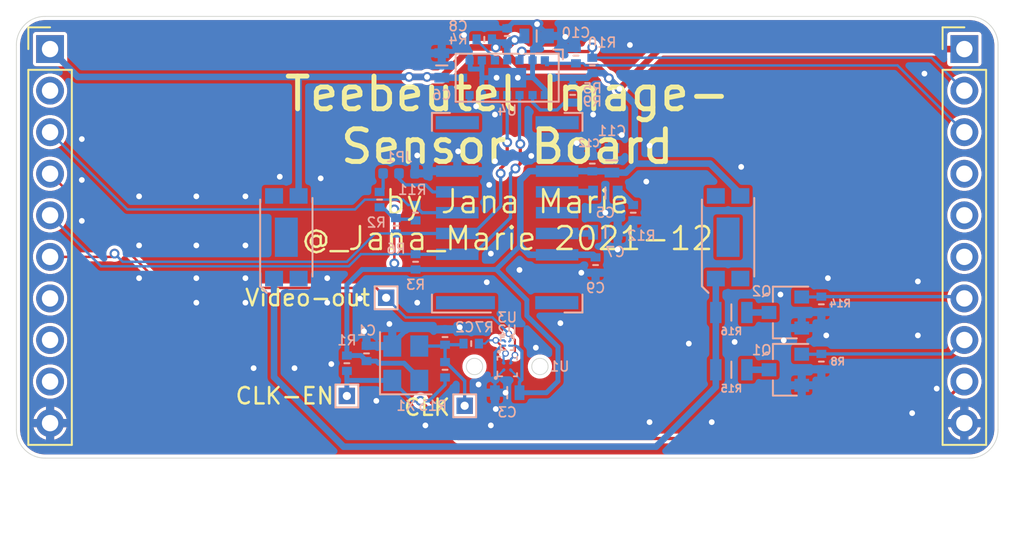
<source format=kicad_pcb>
(kicad_pcb (version 20171130) (host pcbnew 5.1.5+dfsg1-2build2)
  (layers (0 F.Cu signal) (31 B.Cu signal) (34 B.Paste user) (35 F.Paste user) (36 B.SilkS user) (37 F.SilkS user) (38 B.Mask user) (39 F.Mask user) (44 Edge.Cuts user))
  (net 0 "")
  (net 1 GND)
  (net 2 LED)
  (net 3 RX)
  (net 4 TX)
  (net 5 SCL)
  (net 6 SDA)
  (net 7 IO9)
  (net 8 IO8)
  (net 9 VIN)
  (net 10 +3V3)
  (net 11 IO0)
  (net 12 IO1)
  (net 13 IO2)
  (net 14 IO3)
  (net 15 IO4)
  (net 16 IO5)
  (net 17 IO6)
  (net 18 IO7)
  (net 19 "Net-(C2-Pad1)")
  (net 20 "Net-(C5-Pad2)")
  (net 21 "Net-(C5-Pad1)")
  (net 22 "Net-(C7-Pad1)")
  (net 23 "Net-(JP1-Pad3)")
  (net 24 "Net-(JP1-Pad2)")
  (net 25 "Net-(R4-Pad2)")
  (net 26 "Net-(R7-Pad2)")
  (net 27 "Net-(R9-Pad1)")
  (net 28 "Net-(U3-Pad1)")
  (net 29 "Net-(U4-PadC5)")
  (net 30 "Net-(U3-Pad14)")
  (net 31 "Net-(U3-Pad11)")
  (net 32 "Net-(U3-Pad8)")
  (net 33 "Net-(U3-Pad7)")
  (net 34 "Net-(D1-Pad1)")
  (net 35 "Net-(Q1-Pad3)")
  (net 36 "Net-(Q2-Pad3)")
  (module otter:5630 (layer B.Cu) (at 86.5 91.5 90)
    (fp_text reference D1 hide)
    (fp_text value STW9Q14C)
    (pad "" smd rect (at 0 0 90) (size 2.4 1.4) (layers B.Cu B.Paste B.Mask))
    (pad "" smd rect (at 2.525 -0.75 90) (size 0.95 1.1) (layers B.Cu B.Paste B.Mask))
    (pad "" smd rect (at -2.525 0.75 270) (size 0.95 1.1) (layers B.Cu B.Paste B.Mask))
    (pad 2 smd rect (at 2.525 0.75 90) (size 0.95 1.1) (layers B.Cu B.Paste B.Mask) (net 10 +3V3))
    (pad 1 smd rect (at -2.525 -0.75 270) (size 0.95 1.1) (layers B.Cu B.Paste B.Mask) (net 34 "Net-(D1-Pad1)"))
  )
  (module otter:5630 (layer B.Cu) (at 113.5 91.5 90)
    (fp_text reference D2 hide)
    (fp_text value STW9Q14C)
    (pad "" smd rect (at 0 0 90) (size 2.4 1.4) (layers B.Cu B.Paste B.Mask))
    (pad "" smd rect (at 2.525 -0.75 90) (size 0.95 1.1) (layers B.Cu B.Paste B.Mask))
    (pad "" smd rect (at -2.525 0.75 270) (size 0.95 1.1) (layers B.Cu B.Paste B.Mask))
    (pad 2 smd rect (at 2.525 0.75 90) (size 0.95 1.1) (layers B.Cu B.Paste B.Mask) (net 10 +3V3))
    (pad 1 smd rect (at -2.525 -0.75 270) (size 0.95 1.1) (layers B.Cu B.Paste B.Mask) (net 34 "Net-(D1-Pad1)"))
  )
  (module otter:R_0805 (layer B.Cu) (at 113.7 96.1)
    (fp_text reference R16 (at 0 1.15) (layer B.SilkS) (effects (font (size 0.45 0.45) (thickness 0.1)) (justify mirror)))
    (fp_text value 51 hide)
    (pad 2 smd rect (at 0.95 0) (size 0.7 1.3) (layers B.Cu B.Paste B.Mask) (net 36 "Net-(Q2-Pad3)"))
    (pad 1 smd rect (at -0.95 0) (size 0.7 1.3) (layers B.Cu B.Paste B.Mask) (net 34 "Net-(D1-Pad1)"))
  )
  (module otter:R_0805 (layer B.Cu) (at 113.7 99.6)
    (fp_text reference R15 (at 0 1.15) (layer B.SilkS) (effects (font (size 0.45 0.45) (thickness 0.1)) (justify mirror)))
    (fp_text value 12 hide)
    (pad 2 smd rect (at 0.95 0) (size 0.7 1.3) (layers B.Cu B.Paste B.Mask) (net 35 "Net-(Q1-Pad3)"))
    (pad 1 smd rect (at -0.95 0) (size 0.7 1.3) (layers B.Cu B.Paste B.Mask) (net 34 "Net-(D1-Pad1)"))
  )
  (module otter:R_0402 (layer B.Cu) (at 119.2 95.6 270)
    (fp_text reference R14 (at -0.05 -1.15 180) (layer B.SilkS) (effects (font (size 0.45 0.45) (thickness 0.1)) (justify mirror)))
    (fp_text value 5k1 hide)
    (pad 2 smd rect (at 0.47 0 270) (size 0.5 0.6) (layers B.Cu B.Paste B.Mask) (net 1 GND))
    (pad 1 smd rect (at -0.47 0 270) (size 0.5 0.6) (layers B.Cu B.Paste B.Mask) (net 16 IO5))
  )
  (module otter:R_0402 (layer B.Cu) (at 119.2 99.1 270)
    (fp_text reference R8 (at 0 -1 180) (layer B.SilkS) (effects (font (size 0.45 0.45) (thickness 0.1)) (justify mirror)))
    (fp_text value 5k1 hide)
    (pad 2 smd rect (at 0.47 0 270) (size 0.5 0.6) (layers B.Cu B.Paste B.Mask) (net 1 GND))
    (pad 1 smd rect (at -0.47 0 270) (size 0.5 0.6) (layers B.Cu B.Paste B.Mask) (net 17 IO6))
  )
  (module Package_TO_SOT_SMD:SOT-23 (layer B.Cu) (at 117 96.1 180)
    (fp_text reference Q2 (at 1.45 1.3) (layer B.SilkS) (effects (font (size 0.6 0.6) (thickness 0.1)) (justify mirror)))
    (fp_text value AO3400)
    (pad 3 smd rect (at 1 0 180) (size 0.9 0.8) (layers B.Cu B.Paste B.Mask) (net 36 "Net-(Q2-Pad3)"))
    (pad 2 smd rect (at -1 -0.95 180) (size 0.9 0.8) (layers B.Cu B.Paste B.Mask) (net 1 GND))
    (pad 1 smd rect (at -1 0.95 180) (size 0.9 0.8) (layers B.Cu B.Paste B.Mask) (net 16 IO5))
  )
  (module Package_TO_SOT_SMD:SOT-23 (layer B.Cu) (at 117 99.6 180)
    (fp_text reference Q1 (at 1.45 1.2) (layer B.SilkS) (effects (font (size 0.6 0.6) (thickness 0.1)) (justify mirror)))
    (fp_text value AO3400)
    (pad 3 smd rect (at 1 0 180) (size 0.9 0.8) (layers B.Cu B.Paste B.Mask) (net 35 "Net-(Q1-Pad3)"))
    (pad 2 smd rect (at -1 -0.95 180) (size 0.9 0.8) (layers B.Cu B.Paste B.Mask) (net 1 GND))
    (pad 1 smd rect (at -1 0.95 180) (size 0.9 0.8) (layers B.Cu B.Paste B.Mask) (net 17 IO6))
  )
  (module otter:C_0402 (layer B.Cu) (at 105.2 87 90)
    (fp_text reference C12 (at 1.25 -0.2 180) (layer B.SilkS) (effects (font (size 0.45 0.45) (thickness 0.1)) (justify mirror)))
    (fp_text value 100n hide)
    (pad 2 smd rect (at 0.47 0 90) (size 0.5 0.6) (layers B.Cu B.Paste B.Mask) (net 1 GND))
    (pad 1 smd rect (at -0.47 0 90) (size 0.5 0.6) (layers B.Cu B.Paste B.Mask) (net 10 +3V3))
  )
  (module TestPoint:TestPoint_THTPad_1.0x1.0mm_Drill0.5mm (layer B.Cu) (at 90.2 101.2)
    (fp_text reference TP3 hide)
    (fp_text value clk_in)
    (pad 1 thru_hole rect (at 0 0) (size 1 1) (drill 0.5) (layers *.Cu *.Mask) (net 18 IO7))
  )
  (module TestPoint:TestPoint_THTPad_1.0x1.0mm_Drill0.5mm (layer B.Cu) (at 92.6 95.2)
    (fp_text reference TP2 hide)
    (fp_text value video)
    (pad 1 thru_hole rect (at 0 0) (size 1 1) (drill 0.5) (layers *.Cu *.Mask) (net 7 IO9))
  )
  (module TestPoint:TestPoint_THTPad_1.0x1.0mm_Drill0.5mm (layer B.Cu) (at 97.4 101.8)
    (fp_text reference TP1 hide)
    (fp_text value clk)
    (pad 1 thru_hole rect (at 0 0) (size 1 1) (drill 0.5) (layers *.Cu *.Mask) (net 19 "Net-(C2-Pad1)"))
  )
  (module Oscillator:Oscillator_SMD_Abracon_ASE-4Pin_3.2x2.5mm (layer B.Cu) (at 93.8 99.2 90)
    (fp_text reference X1 (at -2.6 0 180) (layer B.SilkS) (effects (font (size 0.6 0.6) (thickness 0.1)) (justify mirror)))
    (fp_text value ASE-xxxMHz)
    (pad 4 smd rect (at -1.05 0.825 90) (size 1.3 1.1) (layers B.Cu B.Paste B.Mask) (net 10 +3V3))
    (pad 3 smd rect (at 1.05 0.825 90) (size 1.3 1.1) (layers B.Cu B.Paste B.Mask) (net 19 "Net-(C2-Pad1)"))
    (pad 2 smd rect (at 1.05 -0.825 90) (size 1.3 1.1) (layers B.Cu B.Paste B.Mask) (net 1 GND))
    (pad 1 smd rect (at -1.05 -0.825 90) (size 1.3 1.1) (layers B.Cu B.Paste B.Mask) (net 18 IO7))
  )
  (module otter:VL53L5 (layer B.Cu) (at 100 81.75)
    (fp_text reference U4 (at 0 2) (layer B.SilkS) (effects (font (size 0.6 0.6) (thickness 0.1)) (justify mirror)))
    (fp_text value VL53L5CX)
    (pad C5 smd rect (at -0.75 1.06) (size 0.5 0.5) (layers B.Cu B.Paste B.Mask) (net 29 "Net-(U4-PadC5)"))
    (pad A7 smd rect (at -2.3 -1.06) (size 0.5 0.5) (layers B.Cu B.Paste B.Mask) (net 1 GND))
    (pad C6 smd rect (at -1.55 1.06) (size 0.5 0.5) (layers B.Cu B.Paste B.Mask) (net 1 GND))
    (pad A3 smd rect (at 0.75 -1.06) (size 0.5 0.5) (layers B.Cu B.Paste B.Mask) (net 11 IO0))
    (pad A1 smd custom (at 2.3 -1.06) (size 0.5 0.5) (layers B.Cu B.Paste B.Mask) (net 12 IO1) (options (clearance outline) (anchor rect)) (primitives (gr_poly (pts (xy 0.25 0.25) (xy 0.01 0.25) (xy 0.01 0.36) (xy 0.25 0.36)) (width 0))))
    (pad A5 smd rect (at -0.75 -1.06) (size 0.5 0.5) (layers B.Cu B.Paste B.Mask) (net 25 "Net-(R4-Pad2)"))
    (pad B1 smd rect (at 2.71 0) (size 0.5 0.5) (layers B.Cu B.Paste B.Mask) (net 10 +3V3))
    (pad C1 smd rect (at 2.3 1.06) (size 0.5 0.5) (layers B.Cu B.Paste B.Mask) (net 1 GND))
    (pad C2 smd rect (at 1.55 1.06) (size 0.5 0.5) (layers B.Cu B.Paste B.Mask) (net 27 "Net-(R9-Pad1)"))
    (pad A4 smd rect (at 0 -1.06) (size 0.5 0.5) (layers B.Cu B.Paste B.Mask) (net 10 +3V3))
    (pad C4 smd rect (at 0 1.06) (size 0.5 0.5) (layers B.Cu B.Paste B.Mask) (net 5 SCL))
    (pad B7 smd rect (at -2.7 0) (size 0.5 0.5) (layers B.Cu B.Paste B.Mask) (net 10 +3V3))
    (pad A2 smd rect (at 1.55 -1.06) (size 0.5 0.5) (layers B.Cu B.Paste B.Mask) (net 1 GND))
    (pad B4 smd rect (at 0 0) (size 2.316 1.2) (layers B.Cu B.Paste B.Mask) (net 1 GND))
    (pad C7 smd rect (at -2.3 1.06) (size 0.5 0.5) (layers B.Cu B.Paste B.Mask) (net 1 GND))
    (pad A6 smd rect (at -1.55 -1.06) (size 0.5 0.5) (layers B.Cu B.Paste B.Mask) (net 1 GND))
    (pad C3 smd rect (at 0.75 1.06) (size 0.5 0.5) (layers B.Cu B.Paste B.Mask) (net 6 SDA))
  )
  (module otter:GridEyeSensor (layer B.Cu) (at 100 90)
    (fp_text reference U3 (at 0 6.4) (layer B.SilkS) (effects (font (size 0.6 0.6) (thickness 0.1)) (justify mirror)))
    (fp_text value AMG8834)
    (pad 13 smd rect (at 3.05 2.573) (size 2.6 0.7) (layers B.Cu B.Paste B.Mask) (net 10 +3V3))
    (pad 14 smd rect (at 3.03 5.5) (size 2.64 0.8) (layers B.Cu B.Paste B.Mask) (net 30 "Net-(U3-Pad14)"))
    (pad 12 smd rect (at 3.05 1.27) (size 2.6 0.7) (layers B.Cu B.Paste B.Mask) (net 22 "Net-(C7-Pad1)"))
    (pad 11 smd rect (at 3.05 0) (size 2.6 0.7) (layers B.Cu B.Paste B.Mask) (net 31 "Net-(U3-Pad11)"))
    (pad 10 smd rect (at 3.05 -1.27) (size 2.6 0.7) (layers B.Cu B.Paste B.Mask) (net 21 "Net-(C5-Pad1)"))
    (pad 9 smd rect (at 3.05 -2.54) (size 2.6 0.7) (layers B.Cu B.Paste B.Mask) (net 10 +3V3))
    (pad 8 smd rect (at 3.05 -5.5) (size 2.64 0.8) (layers B.Cu B.Paste B.Mask) (net 32 "Net-(U3-Pad8)"))
    (pad 7 smd rect (at -3.05 -5.5) (size 2.64 0.8) (layers B.Cu B.Paste B.Mask) (net 33 "Net-(U3-Pad7)"))
    (pad 6 smd rect (at -3.05 -2.54) (size 2.6 0.7) (layers B.Cu B.Paste B.Mask) (net 1 GND))
    (pad 5 smd rect (at -3.05 -1.27) (size 2.6 0.7) (layers B.Cu B.Paste B.Mask) (net 24 "Net-(JP1-Pad2)"))
    (pad 4 smd rect (at -3.05 0) (size 2.6 0.7) (layers B.Cu B.Paste B.Mask) (net 8 IO8))
    (pad 3 smd rect (at -3.05 1.27) (size 2.6 0.7) (layers B.Cu B.Paste B.Mask) (net 5 SCL))
    (pad 2 smd rect (at -3.05 2.54) (size 2.6 0.7) (layers B.Cu B.Paste B.Mask) (net 6 SDA))
    (pad 1 smd rect (at -2.55 5.5) (size 3.6 0.8) (layers B.Cu B.Paste B.Mask) (net 28 "Net-(U3-Pad1)"))
  )
  (module otter:OVM9648 (layer B.Cu) (at 100 98)
    (fp_text reference U2 (at 0 -0.8) (layer B.SilkS) (effects (font (size 0.6 0.6) (thickness 0.1)) (justify mirror)))
    (fp_text value OVM6948)
    (pad A2 smd circle (at 0.125 0.125 90) (size 0.13 0.13) (layers B.Cu B.Paste B.Mask) (net 10 +3V3))
    (pad B2 smd circle (at 0.125 -0.125 180) (size 0.13 0.13) (layers B.Cu B.Paste B.Mask) (net 7 IO9))
    (pad B1 smd circle (at -0.125 -0.125 270) (size 0.13 0.13) (layers B.Cu B.Paste B.Mask) (net 26 "Net-(R7-Pad2)"))
    (pad A1 smd circle (at -0.125 0.125) (size 0.13 0.13) (layers B.Cu B.Paste B.Mask) (net 1 GND))
  )
  (module otter:OV9646 (layer B.Cu) (at 100 99.4)
    (fp_text reference U1 (at 3.2 0) (layer B.SilkS) (effects (font (size 0.6 0.6) (thickness 0.1)) (justify mirror)))
    (fp_text value OV6946)
    (pad A1 smd oval (at -0.22 0.22 315) (size 0.18 0.24) (layers B.Cu B.Paste B.Mask) (net 1 GND))
    (pad B2 smd oval (at 0.22 -0.22 315) (size 0.18 0.24) (layers B.Cu B.Paste B.Mask) (net 7 IO9))
    (pad B1 smd oval (at -0.22 -0.22 225) (size 0.18 0.24) (layers B.Cu B.Paste B.Mask) (net 26 "Net-(R7-Pad2)"))
    (pad A2 smd oval (at 0.22 0.22 225) (size 0.18 0.24) (layers B.Cu B.Paste B.Mask) (net 10 +3V3))
  )
  (module otter:R_0402 (layer B.Cu) (at 96.2 99.6 270)
    (fp_text reference R13 (at 2.2 0.75 180) (layer B.SilkS) (effects (font (size 0.6 0.6) (thickness 0.1)) (justify mirror)))
    (fp_text value DNP hide)
    (pad 2 smd rect (at 0.47 0 270) (size 0.5 0.6) (layers B.Cu B.Paste B.Mask) (net 18 IO7))
    (pad 1 smd rect (at -0.47 0 270) (size 0.5 0.6) (layers B.Cu B.Paste B.Mask) (net 19 "Net-(C2-Pad1)"))
  )
  (module otter:R_0402 (layer B.Cu) (at 107.7 90 270)
    (fp_text reference R12 (at 1.4 -0.5 180) (layer B.SilkS) (effects (font (size 0.6 0.6) (thickness 0.1)) (justify mirror)))
    (fp_text value 20 hide)
    (pad 2 smd rect (at 0.47 0 270) (size 0.5 0.6) (layers B.Cu B.Paste B.Mask) (net 1 GND))
    (pad 1 smd rect (at -0.47 0 270) (size 0.5 0.6) (layers B.Cu B.Paste B.Mask) (net 20 "Net-(C5-Pad2)"))
  )
  (module otter:R_0402 (layer B.Cu) (at 94.4 90 90)
    (fp_text reference R11 (at 1.4 -0.2 180) (layer B.SilkS) (effects (font (size 0.6 0.6) (thickness 0.1)) (justify mirror)))
    (fp_text value 5k1 hide)
    (pad 2 smd rect (at 0.47 0 90) (size 0.5 0.6) (layers B.Cu B.Paste B.Mask) (net 8 IO8))
    (pad 1 smd rect (at -0.47 0 90) (size 0.5 0.6) (layers B.Cu B.Paste B.Mask) (net 10 +3V3))
  )
  (module otter:R_0402 (layer B.Cu) (at 104.2 80.4 270)
    (fp_text reference R10 (at -0.8 -1.6 180) (layer B.SilkS) (effects (font (size 0.6 0.6) (thickness 0.1)) (justify mirror)))
    (fp_text value 5k1 hide)
    (pad 2 smd rect (at 0.47 0 270) (size 0.5 0.6) (layers B.Cu B.Paste B.Mask) (net 12 IO1))
    (pad 1 smd rect (at -0.47 0 270) (size 0.5 0.6) (layers B.Cu B.Paste B.Mask) (net 1 GND))
  )
  (module otter:R_0402 (layer B.Cu) (at 104 82.8 90)
    (fp_text reference R9 (at -0.4 1.2 180) (layer B.SilkS) (effects (font (size 0.6 0.6) (thickness 0.1)) (justify mirror)))
    (fp_text value 5k1 hide)
    (pad 2 smd rect (at 0.47 0 90) (size 0.5 0.6) (layers B.Cu B.Paste B.Mask) (net 10 +3V3))
    (pad 1 smd rect (at -0.47 0 90) (size 0.5 0.6) (layers B.Cu B.Paste B.Mask) (net 27 "Net-(R9-Pad1)"))
  )
  (module otter:R_0402 (layer B.Cu) (at 97.8 98)
    (fp_text reference R7 (at 0.8 -1) (layer B.SilkS) (effects (font (size 0.6 0.6) (thickness 0.1)) (justify mirror)))
    (fp_text value 20 hide)
    (pad 2 smd rect (at 0.47 0) (size 0.5 0.6) (layers B.Cu B.Paste B.Mask) (net 26 "Net-(R7-Pad2)"))
    (pad 1 smd rect (at -0.47 0) (size 0.5 0.6) (layers B.Cu B.Paste B.Mask) (net 19 "Net-(C2-Pad1)"))
  )
  (module otter:R_0402 (layer B.Cu) (at 93.2 90.8 270)
    (fp_text reference R6 (at 1.4 0 180) (layer B.SilkS) (effects (font (size 0.6 0.6) (thickness 0.1)) (justify mirror)))
    (fp_text value 5k1 hide)
    (pad 2 smd rect (at 0.47 0 270) (size 0.5 0.6) (layers B.Cu B.Paste B.Mask) (net 5 SCL))
    (pad 1 smd rect (at -0.47 0 270) (size 0.5 0.6) (layers B.Cu B.Paste B.Mask) (net 10 +3V3))
  )
  (module otter:R_0402 (layer B.Cu) (at 105.2 81 90)
    (fp_text reference R5 (at -1.4 0 180) (layer B.SilkS) (effects (font (size 0.6 0.6) (thickness 0.1)) (justify mirror)))
    (fp_text value 5k1 hide)
    (pad 2 smd rect (at 0.47 0 90) (size 0.5 0.6) (layers B.Cu B.Paste B.Mask) (net 11 IO0))
    (pad 1 smd rect (at -0.47 0 90) (size 0.5 0.6) (layers B.Cu B.Paste B.Mask) (net 10 +3V3))
  )
  (module otter:R_0402 (layer B.Cu) (at 98.6 79.4 180)
    (fp_text reference R4 (at 1.6 0) (layer B.SilkS) (effects (font (size 0.6 0.6) (thickness 0.1)) (justify mirror)))
    (fp_text value 5k1 hide)
    (pad 2 smd rect (at 0.47 0 180) (size 0.5 0.6) (layers B.Cu B.Paste B.Mask) (net 25 "Net-(R4-Pad2)"))
    (pad 1 smd rect (at -0.47 0 180) (size 0.5 0.6) (layers B.Cu B.Paste B.Mask) (net 10 +3V3))
  )
  (module otter:R_0402 (layer B.Cu) (at 94.4 93 90)
    (fp_text reference R3 (at -1.4 0 180) (layer B.SilkS) (effects (font (size 0.6 0.6) (thickness 0.1)) (justify mirror)))
    (fp_text value 5k1 hide)
    (pad 2 smd rect (at 0.47 0 90) (size 0.5 0.6) (layers B.Cu B.Paste B.Mask) (net 6 SDA))
    (pad 1 smd rect (at -0.47 0 90) (size 0.5 0.6) (layers B.Cu B.Paste B.Mask) (net 10 +3V3))
  )
  (module otter:R_0402 (layer B.Cu) (at 92.2 89.2 90)
    (fp_text reference R2 (at -1.4 -0.2 180) (layer B.SilkS) (effects (font (size 0.6 0.6) (thickness 0.1)) (justify mirror)))
    (fp_text value 5k1 hide)
    (pad 2 smd rect (at 0.47 0 90) (size 0.5 0.6) (layers B.Cu B.Paste B.Mask) (net 23 "Net-(JP1-Pad3)"))
    (pad 1 smd rect (at -0.47 0 90) (size 0.5 0.6) (layers B.Cu B.Paste B.Mask) (net 10 +3V3))
  )
  (module otter:R_0402 (layer B.Cu) (at 90.2 99.2 270)
    (fp_text reference R1 (at -1.4 0 180) (layer B.SilkS) (effects (font (size 0.6 0.6) (thickness 0.1)) (justify mirror)))
    (fp_text value 5k1 hide)
    (pad 2 smd rect (at 0.47 0 270) (size 0.5 0.6) (layers B.Cu B.Paste B.Mask) (net 18 IO7))
    (pad 1 smd rect (at -0.47 0 270) (size 0.5 0.6) (layers B.Cu B.Paste B.Mask) (net 10 +3V3))
  )
  (module otter:J_0402_180 (layer B.Cu) (at 93.4 87.6 180)
    (fp_text reference JP1 (at 0 1) (layer B.SilkS) (effects (font (size 0.6 0.6) (thickness 0.1)) (justify mirror)))
    (fp_text value JAD0)
    (pad 1 smd roundrect (at -0.96 0 180) (size 0.59 0.64) (layers B.Cu B.Paste B.Mask) (net 1 GND))
    (pad 3 smd roundrect (at 0.985 0 180) (size 0.59 0.64) (layers B.Cu B.Paste B.Mask) (net 23 "Net-(JP1-Pad3)"))
    (pad 2 smd roundrect (at 0.015 0 180) (size 0.59 0.64) (layers B.Cu B.Paste B.Mask) (net 24 "Net-(JP1-Pad2)"))
  )
  (module otter:C_0603 (layer B.Cu) (at 106.4 86.8 90)
    (fp_text reference C11 (at 1.8 0 180) (layer B.SilkS) (effects (font (size 0.6 0.6) (thickness 0.1)) (justify mirror)))
    (fp_text value 10uF hide)
    (pad 2 smd rect (at 0.75 0 90) (size 0.6 0.9) (layers B.Cu B.Paste B.Mask) (net 1 GND))
    (pad 1 smd rect (at -0.75 0 90) (size 0.6 0.9) (layers B.Cu B.Paste B.Mask) (net 10 +3V3))
  )
  (module otter:C_0603 (layer B.Cu) (at 101.8 79.2)
    (fp_text reference C10 (at 2.4 -0.2) (layer B.SilkS) (effects (font (size 0.6 0.6) (thickness 0.1)) (justify mirror)))
    (fp_text value 1uF hide)
    (pad 2 smd rect (at 0.75 0) (size 0.6 0.9) (layers B.Cu B.Paste B.Mask) (net 1 GND))
    (pad 1 smd rect (at -0.75 0) (size 0.6 0.9) (layers B.Cu B.Paste B.Mask) (net 10 +3V3))
  )
  (module otter:C_0402 (layer B.Cu) (at 105.4 93.2 270)
    (fp_text reference C9 (at 1.4 0 180) (layer B.SilkS) (effects (font (size 0.6 0.6) (thickness 0.1)) (justify mirror)))
    (fp_text value 100n hide)
    (pad 2 smd rect (at 0.47 0 270) (size 0.5 0.6) (layers B.Cu B.Paste B.Mask) (net 1 GND))
    (pad 1 smd rect (at -0.47 0 270) (size 0.5 0.6) (layers B.Cu B.Paste B.Mask) (net 10 +3V3))
  )
  (module otter:C_0402 (layer B.Cu) (at 100 79.2 90)
    (fp_text reference C8 (at 0.6 -3 180) (layer B.SilkS) (effects (font (size 0.6 0.6) (thickness 0.1)) (justify mirror)))
    (fp_text value 100n hide)
    (pad 2 smd rect (at 0.47 0 90) (size 0.5 0.6) (layers B.Cu B.Paste B.Mask) (net 1 GND))
    (pad 1 smd rect (at -0.47 0 90) (size 0.5 0.6) (layers B.Cu B.Paste B.Mask) (net 10 +3V3))
  )
  (module otter:C_0603 (layer B.Cu) (at 106 91.2)
    (fp_text reference C7 (at 0.6 1.2) (layer B.SilkS) (effects (font (size 0.6 0.6) (thickness 0.1)) (justify mirror)))
    (fp_text value 1uF hide)
    (pad 2 smd rect (at 0.75 0) (size 0.6 0.9) (layers B.Cu B.Paste B.Mask) (net 1 GND))
    (pad 1 smd rect (at -0.75 0) (size 0.6 0.9) (layers B.Cu B.Paste B.Mask) (net 22 "Net-(C7-Pad1)"))
  )
  (module otter:C_0603 (layer B.Cu) (at 96 81 90)
    (fp_text reference C6 (at -1.8 0 180) (layer B.SilkS) (effects (font (size 0.6 0.6) (thickness 0.1)) (justify mirror)))
    (fp_text value 10uF hide)
    (pad 2 smd rect (at 0.75 0 90) (size 0.6 0.9) (layers B.Cu B.Paste B.Mask) (net 1 GND))
    (pad 1 smd rect (at -0.75 0 90) (size 0.6 0.9) (layers B.Cu B.Paste B.Mask) (net 10 +3V3))
  )
  (module otter:C_0603 (layer B.Cu) (at 106 88.8)
    (fp_text reference C5 (at 0 1.2) (layer B.SilkS) (effects (font (size 0.6 0.6) (thickness 0.1)) (justify mirror)))
    (fp_text value 1uF hide)
    (pad 2 smd rect (at 0.75 0) (size 0.6 0.9) (layers B.Cu B.Paste B.Mask) (net 20 "Net-(C5-Pad2)"))
    (pad 1 smd rect (at -0.75 0) (size 0.6 0.9) (layers B.Cu B.Paste B.Mask) (net 21 "Net-(C5-Pad1)"))
  )
  (module otter:C_0603 (layer B.Cu) (at 100 101 180)
    (fp_text reference C3 (at 0 -1.2) (layer B.SilkS) (effects (font (size 0.6 0.6) (thickness 0.1)) (justify mirror)))
    (fp_text value 1uF hide)
    (pad 2 smd rect (at 0.75 0 180) (size 0.6 0.9) (layers B.Cu B.Paste B.Mask) (net 1 GND))
    (pad 1 smd rect (at -0.75 0 180) (size 0.6 0.9) (layers B.Cu B.Paste B.Mask) (net 10 +3V3))
  )
  (module otter:C_0402 (layer B.Cu) (at 96.2 97.6 90)
    (fp_text reference C2 (at 0.6 1.2 180) (layer B.SilkS) (effects (font (size 0.6 0.6) (thickness 0.1)) (justify mirror)))
    (fp_text value 18p hide)
    (pad 2 smd rect (at 0.47 0 90) (size 0.5 0.6) (layers B.Cu B.Paste B.Mask) (net 1 GND))
    (pad 1 smd rect (at -0.47 0 90) (size 0.5 0.6) (layers B.Cu B.Paste B.Mask) (net 19 "Net-(C2-Pad1)"))
  )
  (module otter:C_0402 (layer B.Cu) (at 91.4 98.6 90)
    (fp_text reference C1 (at 1.4 0 180) (layer B.SilkS) (effects (font (size 0.6 0.6) (thickness 0.1)) (justify mirror)))
    (fp_text value 100n hide)
    (pad 2 smd rect (at 0.47 0 90) (size 0.5 0.6) (layers B.Cu B.Paste B.Mask) (net 1 GND))
    (pad 1 smd rect (at -0.47 0 90) (size 0.5 0.6) (layers B.Cu B.Paste B.Mask) (net 10 +3V3))
  )
  (module Connector_PinHeader_2.54mm:PinHeader_1x10_P2.54mm_Vertical (layer F.Cu) (at 127.94 80)
    (fp_text reference J2 hide)
    (fp_text value Conn)
    (pad 10 thru_hole oval (at 0 22.86) (size 1.7 1.7) (drill 1) (layers *.Cu *.Mask) (net 1 GND))
    (pad 9 thru_hole oval (at 0 20.32) (size 1.7 1.7) (drill 1) (layers *.Cu *.Mask) (net 18 IO7))
    (pad 8 thru_hole oval (at 0 17.78) (size 1.7 1.7) (drill 1) (layers *.Cu *.Mask) (net 17 IO6))
    (pad 7 thru_hole oval (at 0 15.24) (size 1.7 1.7) (drill 1) (layers *.Cu *.Mask) (net 16 IO5))
    (pad 6 thru_hole oval (at 0 12.7) (size 1.7 1.7) (drill 1) (layers *.Cu *.Mask) (net 15 IO4))
    (pad 5 thru_hole oval (at 0 10.16) (size 1.7 1.7) (drill 1) (layers *.Cu *.Mask) (net 14 IO3))
    (pad 4 thru_hole oval (at 0 7.62) (size 1.7 1.7) (drill 1) (layers *.Cu *.Mask) (net 13 IO2))
    (pad 3 thru_hole oval (at 0 5.08) (size 1.7 1.7) (drill 1) (layers *.Cu *.Mask) (net 12 IO1))
    (pad 2 thru_hole oval (at 0 2.54) (size 1.7 1.7) (drill 1) (layers *.Cu *.Mask) (net 11 IO0))
    (pad 1 thru_hole rect (at 0 0) (size 1.7 1.7) (drill 1) (layers *.Cu *.Mask) (net 10 +3V3))
  )
  (module Connector_PinHeader_2.54mm:PinHeader_1x10_P2.54mm_Vertical (layer F.Cu) (at 72.06 80)
    (fp_text reference J1 hide)
    (fp_text value Conn)
    (pad 10 thru_hole oval (at 0 22.86) (size 1.7 1.7) (drill 1) (layers *.Cu *.Mask) (net 1 GND))
    (pad 9 thru_hole oval (at 0 20.32) (size 1.7 1.7) (drill 1) (layers *.Cu *.Mask) (net 2 LED))
    (pad 8 thru_hole oval (at 0 17.78) (size 1.7 1.7) (drill 1) (layers *.Cu *.Mask) (net 3 RX))
    (pad 7 thru_hole oval (at 0 15.24) (size 1.7 1.7) (drill 1) (layers *.Cu *.Mask) (net 4 TX))
    (pad 6 thru_hole oval (at 0 12.7) (size 1.7 1.7) (drill 1) (layers *.Cu *.Mask) (net 5 SCL))
    (pad 5 thru_hole oval (at 0 10.16) (size 1.7 1.7) (drill 1) (layers *.Cu *.Mask) (net 6 SDA))
    (pad 4 thru_hole oval (at 0 7.62) (size 1.7 1.7) (drill 1) (layers *.Cu *.Mask) (net 7 IO9))
    (pad 3 thru_hole oval (at 0 5.08) (size 1.7 1.7) (drill 1) (layers *.Cu *.Mask) (net 8 IO8))
    (pad 2 thru_hole oval (at 0 2.54) (size 1.7 1.7) (drill 1) (layers *.Cu *.Mask) (net 9 VIN))
    (pad 1 thru_hole rect (at 0 0) (size 1.7 1.7) (drill 1) (layers *.Cu *.Mask) (net 10 +3V3))
  )
  (gr_text "by Jana Marie\n@_Jana_Marie 2021-12" (at 100 90.45) (layer F.SilkS) (effects (font (size 1.4 1.4))))
  (gr_text "Teebeutel Image-\nSensor Board\n" (at 100 84.35) (layer F.SilkS) (effects (font (size 2 2) (thickness 0.3))))
  (gr_text "CLK\n" (at 95.1 101.9) (layer F.SilkS) (effects (font (size 1 1))))
  (gr_text CLK-EN (at 86.4 101.2) (layer F.SilkS) (effects (font (size 1 1))))
  (gr_text Video-out (at 87.8 95.2) (layer F.SilkS) (effects (font (size 1 1))))
  (gr_arc (start 71.75 79.75) (end 71.75 78) (angle -90) (layer Edge.Cuts) (width 0.05))
  (gr_arc (start 71.75 103.25) (end 70 103.25) (angle -90) (layer Edge.Cuts) (width 0.05))
  (gr_arc (start 128.25 103.25) (end 128.25 105) (angle -90) (layer Edge.Cuts) (width 0.05))
  (gr_arc (start 128.25 79.75) (end 130 79.75) (angle -90) (layer Edge.Cuts) (width 0.05))
  (gr_circle (center 98 99.4) (end 98.5 99.4) (layer Edge.Cuts) (width 0.05))
  (gr_circle (center 102 99.4) (end 102.5 99.4) (layer Edge.Cuts) (width 0.05))
  (gr_line (start 70 103.25) (end 70 79.75) (layer Edge.Cuts) (width 0.05))
  (gr_line (start 128.25 105) (end 71.75 105) (layer Edge.Cuts) (width 0.05))
  (gr_line (start 130 79.75) (end 130 103.25) (layer Edge.Cuts) (width 0.05))
  (gr_line (start 71.75 78) (end 128.25 78) (layer Edge.Cuts) (width 0.05))
  (segment (start 104.5 86.53) (end 105.2 86.53) (width 0.4) (layer B.Cu) (net 1))
  (segment (start 98.65 87.46) (end 99.255 86.855) (width 0.4) (layer B.Cu) (net 1))
  (segment (start 99.58 86.53) (end 101.47 86.53) (width 0.4) (layer B.Cu) (net 1))
  (segment (start 96.95 87.46) (end 98.65 87.46) (width 0.4) (layer B.Cu) (net 1))
  (segment (start 105.92 86.53) (end 106.4 86.05) (width 0.4) (layer B.Cu) (net 1))
  (segment (start 105.2 86.53) (end 105.92 86.53) (width 0.4) (layer B.Cu) (net 1))
  (segment (start 101.72501 78.37501) (end 101.825 78.475) (width 0.3) (layer B.Cu) (net 1))
  (segment (start 100.35499 78.37501) (end 101.72501 78.37501) (width 0.3) (layer B.Cu) (net 1))
  (segment (start 100 78.73) (end 100.35499 78.37501) (width 0.3) (layer B.Cu) (net 1))
  (segment (start 96.11 80.14) (end 96 80.25) (width 0.3) (layer B.Cu) (net 1))
  (segment (start 97.7 80.18) (end 97.7 80.69) (width 0.3) (layer B.Cu) (net 1))
  (segment (start 97.74 80.14) (end 97.7 80.18) (width 0.3) (layer B.Cu) (net 1))
  (segment (start 101.55 80.2) (end 102.55 79.2) (width 0.3) (layer B.Cu) (net 1))
  (segment (start 101.55 80.69) (end 101.55 80.2) (width 0.3) (layer B.Cu) (net 1))
  (segment (start 101.55 81.24) (end 101.55 80.69) (width 0.3) (layer B.Cu) (net 1))
  (segment (start 101.55 81.720002) (end 101.55 81.24) (width 0.3) (layer B.Cu) (net 1))
  (segment (start 102.3 82.470002) (end 101.55 81.720002) (width 0.3) (layer B.Cu) (net 1))
  (segment (start 102.3 82.81) (end 102.3 82.470002) (width 0.3) (layer B.Cu) (net 1))
  (segment (start 101.520002 81.75) (end 101.55 81.720002) (width 0.3) (layer B.Cu) (net 1))
  (segment (start 100 81.75) (end 100.65 81.75) (width 0.3) (layer B.Cu) (net 1))
  (segment (start 98.45 81.658) (end 98.45 80.69) (width 0.3) (layer B.Cu) (net 1))
  (segment (start 98.542 81.75) (end 98.45 81.658) (width 0.3) (layer B.Cu) (net 1))
  (segment (start 100 81.75) (end 99.35 81.75) (width 0.3) (layer B.Cu) (net 1))
  (segment (start 98.45 81.842) (end 98.45 82.81) (width 0.3) (layer B.Cu) (net 1))
  (segment (start 98.542 81.75) (end 98.45 81.842) (width 0.3) (layer B.Cu) (net 1))
  (segment (start 97.7 83.36) (end 97.7 82.81) (width 0.3) (layer B.Cu) (net 1))
  (segment (start 98.31 83.5) (end 98.1 83.5) (width 0.3) (layer B.Cu) (net 1))
  (segment (start 98.45 83.36) (end 98.31 83.5) (width 0.3) (layer B.Cu) (net 1))
  (segment (start 97.84 83.5) (end 97.7 83.36) (width 0.3) (layer B.Cu) (net 1))
  (segment (start 98.45 82.81) (end 98.45 83.36) (width 0.3) (layer B.Cu) (net 1))
  (segment (start 96.15 80.25) (end 96 80.25) (width 0.3) (layer B.Cu) (net 1))
  (segment (start 100 78.73) (end 97.67 78.73) (width 0.3) (layer B.Cu) (net 1))
  (segment (start 97.36 79.04) (end 97.67 78.73) (width 0.3) (layer B.Cu) (net 1))
  (segment (start 97.36 80.14) (end 97.36 79.14) (width 0.3) (layer B.Cu) (net 1))
  (segment (start 97.74 80.14) (end 97.36 80.14) (width 0.3) (layer B.Cu) (net 1))
  (segment (start 97.36 80.14) (end 96.11 80.14) (width 0.3) (layer B.Cu) (net 1))
  (segment (start 103.5 79.2) (end 102.55 79.2) (width 0.3) (layer B.Cu) (net 1))
  (segment (start 104.2 79.9) (end 103.55 79.25) (width 0.3) (layer B.Cu) (net 1))
  (segment (start 104.2 79.93) (end 104.2 79.9) (width 0.3) (layer B.Cu) (net 1))
  (segment (start 94.5 87.46) (end 94.36 87.6) (width 0.2) (layer B.Cu) (net 1))
  (segment (start 96.95 87.46) (end 94.5 87.46) (width 0.2) (layer B.Cu) (net 1))
  (segment (start 99.25 100.15) (end 99.78 99.62) (width 0.127) (layer B.Cu) (net 1))
  (segment (start 99.25 101) (end 99.25 100.15) (width 0.2) (layer B.Cu) (net 1))
  (segment (start 99.25 98.55) (end 99.6 98.2) (width 0.2) (layer B.Cu) (net 1))
  (segment (start 99.25 100.15) (end 99.25 98.55) (width 0.2) (layer B.Cu) (net 1))
  (segment (start 99.6 98.2) (end 99.669499 98.130501) (width 0.127) (layer B.Cu) (net 1))
  (segment (start 99.669499 98.130501) (end 99.869499 98.130501) (width 0.127) (layer B.Cu) (net 1))
  (segment (start 106.97 91.2) (end 107.7 90.47) (width 0.4) (layer B.Cu) (net 1))
  (segment (start 106.75 91.2) (end 106.97 91.2) (width 0.4) (layer B.Cu) (net 1))
  (segment (start 92.955 98.13) (end 92.975 98.15) (width 0.3) (layer B.Cu) (net 1))
  (segment (start 91.4 98.13) (end 92.955 98.13) (width 0.3) (layer B.Cu) (net 1))
  (segment (start 92.975 98.025) (end 92.975 98.15) (width 0.3) (layer B.Cu) (net 1))
  (segment (start 93.9 97.1) (end 92.975 98.025) (width 0.3) (layer B.Cu) (net 1))
  (segment (start 96.17 97.1) (end 93.9 97.1) (width 0.3) (layer B.Cu) (net 1))
  (segment (start 96.2 97.13) (end 96.17 97.1) (width 0.3) (layer B.Cu) (net 1))
  (segment (start 105.4 93.67) (end 104.53 93.67) (width 0.4) (layer B.Cu) (net 1))
  (segment (start 106 93.67) (end 105.4 93.67) (width 0.3) (layer B.Cu) (net 1))
  (segment (start 106.75 92.92) (end 106 93.67) (width 0.3) (layer B.Cu) (net 1))
  (segment (start 106.75 91.2) (end 106.75 92.25) (width 0.3) (layer B.Cu) (net 1))
  (segment (start 99.35 81.75) (end 98.542 81.75) (width 0.3) (layer B.Cu) (net 1))
  (via (at 99.35 81.75) (size 0.6) (drill 0.35) (layers F.Cu B.Cu) (net 1))
  (segment (start 100.65 81.75) (end 101.520002 81.75) (width 0.3) (layer B.Cu) (net 1))
  (via (at 100.65 81.75) (size 0.6) (drill 0.35) (layers F.Cu B.Cu) (net 1))
  (segment (start 101.825 78.475) (end 102.55 79.2) (width 0.3) (layer B.Cu) (net 1))
  (via (at 101.825 78.475) (size 0.6) (drill 0.35) (layers F.Cu B.Cu) (net 1))
  (segment (start 97.36 79.14) (end 97.36 79.04) (width 0.3) (layer B.Cu) (net 1))
  (via (at 97.36 79.14) (size 0.6) (drill 0.35) (layers F.Cu B.Cu) (net 1))
  (segment (start 98.1 83.5) (end 97.84 83.5) (width 0.3) (layer B.Cu) (net 1))
  (via (at 98.1 83.5) (size 0.6) (drill 0.35) (layers F.Cu B.Cu) (net 1))
  (segment (start 103.55 79.25) (end 103.5 79.2) (width 0.3) (layer B.Cu) (net 1))
  (via (at 103.55 79.25) (size 0.6) (drill 0.35) (layers F.Cu B.Cu) (net 1))
  (segment (start 101.47 86.53) (end 104.5 86.53) (width 0.4) (layer B.Cu) (net 1))
  (via (at 101.47 86.53) (size 0.6) (drill 0.35) (layers F.Cu B.Cu) (net 1))
  (segment (start 99.255 86.855) (end 99.58 86.53) (width 0.4) (layer B.Cu) (net 1))
  (via (at 99.255 86.855) (size 0.6) (drill 0.35) (layers F.Cu B.Cu) (net 1))
  (via (at 99.3 102) (size 0.6) (drill 0.35) (layers F.Cu B.Cu) (net 1))
  (segment (start 99.25 101.95) (end 99.3 102) (width 0.4) (layer B.Cu) (net 1))
  (segment (start 99.25 101) (end 99.25 101.95) (width 0.4) (layer B.Cu) (net 1))
  (via (at 99.9 101) (size 0.6) (drill 0.35) (layers F.Cu B.Cu) (net 1))
  (segment (start 99.25 101) (end 99.9 101) (width 0.4) (layer B.Cu) (net 1))
  (via (at 97.1 97) (size 0.6) (drill 0.35) (layers F.Cu B.Cu) (net 1))
  (segment (start 96.97 97.13) (end 97.1 97) (width 0.4) (layer B.Cu) (net 1))
  (segment (start 96.2 97.13) (end 96.97 97.13) (width 0.4) (layer B.Cu) (net 1))
  (via (at 92.8 96.8) (size 0.6) (drill 0.35) (layers F.Cu B.Cu) (net 1))
  (segment (start 92.975 96.975) (end 92.8 96.8) (width 0.4) (layer B.Cu) (net 1))
  (segment (start 92.975 98.15) (end 92.975 96.975) (width 0.4) (layer B.Cu) (net 1))
  (segment (start 98.422999 81.222999) (end 97.74 81.222999) (width 0.3) (layer B.Cu) (net 1))
  (segment (start 98.45 81.25) (end 98.422999 81.222999) (width 0.3) (layer B.Cu) (net 1))
  (segment (start 97.74 81.222999) (end 97.74 80.14) (width 0.3) (layer B.Cu) (net 1))
  (segment (start 98.45 80.69) (end 98.45 81.25) (width 0.3) (layer B.Cu) (net 1))
  (segment (start 106.75 92.25) (end 106.75 92.92) (width 0.3) (layer B.Cu) (net 1))
  (via (at 106.75 92.25) (size 0.6) (drill 0.35) (layers F.Cu B.Cu) (net 1))
  (via (at 104.53 93.67) (size 0.6) (drill 0.35) (layers F.Cu B.Cu) (net 1))
  (segment (start 98.9 87.875736) (end 98.9 88.3) (width 0.4) (layer B.Cu) (net 1))
  (segment (start 98.9 87.71) (end 98.9 87.875736) (width 0.4) (layer B.Cu) (net 1))
  (segment (start 98.65 87.46) (end 98.9 87.71) (width 0.4) (layer B.Cu) (net 1))
  (via (at 98.9 88.3) (size 0.6) (drill 0.35) (layers F.Cu B.Cu) (net 1))
  (via (at 74 88) (size 0.6) (drill 0.35) (layers F.Cu B.Cu) (net 1))
  (via (at 94.5 95.5) (size 0.6) (drill 0.35) (layers F.Cu B.Cu) (net 1))
  (via (at 91 95.25) (size 0.6) (drill 0.35) (layers F.Cu B.Cu) (net 1))
  (via (at 98.75 94.25) (size 0.6) (drill 0.35) (layers F.Cu B.Cu) (net 1))
  (via (at 99 92.5) (size 0.6) (drill 0.35) (layers F.Cu B.Cu) (net 1))
  (via (at 100.75 93.5) (size 0.6) (drill 0.35) (layers F.Cu B.Cu) (net 1))
  (via (at 103.25 96.75) (size 0.6) (drill 0.35) (layers F.Cu B.Cu) (net 1))
  (via (at 101.75 98.25) (size 0.6) (drill 0.35) (layers F.Cu B.Cu) (net 1))
  (via (at 98.25 100.5) (size 0.6) (drill 0.35) (layers F.Cu B.Cu) (net 1))
  (via (at 92 101.5) (size 0.6) (drill 0.35) (layers F.Cu B.Cu) (net 1))
  (via (at 89.25 99.25) (size 0.6) (drill 0.35) (layers F.Cu B.Cu) (net 1))
  (via (at 91.25 97.25) (size 0.6) (drill 0.35) (layers F.Cu B.Cu) (net 1))
  (via (at 94.5 86.5) (size 0.6) (drill 0.35) (layers F.Cu B.Cu) (net 1))
  (via (at 99.25 84) (size 0.6) (drill 0.35) (layers F.Cu B.Cu) (net 1))
  (via (at 97 86.25) (size 0.6) (drill 0.35) (layers F.Cu B.Cu) (net 1))
  (via (at 105.25 84) (size 0.6) (drill 0.35) (layers F.Cu B.Cu) (net 1))
  (via (at 107 85.25) (size 0.6) (drill 0.35) (layers F.Cu B.Cu) (net 1))
  (via (at 104.25 85.75) (size 0.6) (drill 0.35) (layers F.Cu B.Cu) (net 1))
  (via (at 106 90) (size 0.6) (drill 0.35) (layers F.Cu B.Cu) (net 1))
  (via (at 107.5 79.75) (size 0.6) (drill 0.35) (layers F.Cu B.Cu) (net 1))
  (via (at 125.5 81.5) (size 0.6) (drill 0.35) (layers F.Cu B.Cu) (net 1))
  (via (at 124.75 102.25) (size 0.6) (drill 0.35) (layers F.Cu B.Cu) (net 1))
  (via (at 126.25 100.75) (size 0.6) (drill 0.35) (layers F.Cu B.Cu) (net 1))
  (via (at 112.5 102.8) (size 0.6) (drill 0.35) (layers F.Cu B.Cu) (net 1))
  (via (at 108.7 102.8) (size 0.6) (drill 0.35) (layers F.Cu B.Cu) (net 1))
  (via (at 111.1 98) (size 0.6) (drill 0.35) (layers F.Cu B.Cu) (net 1))
  (via (at 113.9 97.9) (size 0.6) (drill 0.35) (layers F.Cu B.Cu) (net 1))
  (via (at 116.7 95) (size 0.6) (drill 0.35) (layers F.Cu B.Cu) (net 1))
  (via (at 116.9 97.8) (size 0.6) (drill 0.35) (layers F.Cu B.Cu) (net 1))
  (via (at 119.5 97.5) (size 0.6) (drill 0.35) (layers F.Cu B.Cu) (net 1))
  (via (at 125.1 97.5) (size 0.6) (drill 0.35) (layers F.Cu B.Cu) (net 1))
  (via (at 125.1 94.2) (size 0.6) (drill 0.35) (layers F.Cu B.Cu) (net 1))
  (via (at 119.6 94) (size 0.6) (drill 0.35) (layers F.Cu B.Cu) (net 1))
  (via (at 108.5 88.1) (size 0.6) (drill 0.35) (layers F.Cu B.Cu) (net 1))
  (via (at 108.7 85.9) (size 0.6) (drill 0.35) (layers F.Cu B.Cu) (net 1))
  (via (at 114.3 87.2) (size 0.6) (drill 0.35) (layers F.Cu B.Cu) (net 1))
  (via (at 86.1 87.8) (size 0.6) (drill 0.35) (layers F.Cu B.Cu) (net 1))
  (via (at 88.6 87.9) (size 0.6) (drill 0.35) (layers F.Cu B.Cu) (net 1))
  (via (at 84 94) (size 0.6) (drill 0.35) (layers F.Cu B.Cu) (net 1))
  (via (at 81 94) (size 0.6) (drill 0.35) (layers F.Cu B.Cu) (net 1))
  (via (at 84 95.5) (size 0.6) (drill 0.35) (layers F.Cu B.Cu) (net 1))
  (via (at 81 95.5) (size 0.6) (drill 0.35) (layers F.Cu B.Cu) (net 1))
  (via (at 77.5 94) (size 0.6) (drill 0.35) (layers F.Cu B.Cu) (net 1))
  (via (at 77.5 92) (size 0.6) (drill 0.35) (layers F.Cu B.Cu) (net 1))
  (via (at 81 92) (size 0.6) (drill 0.35) (layers F.Cu B.Cu) (net 1))
  (via (at 84 92) (size 0.6) (drill 0.35) (layers F.Cu B.Cu) (net 1))
  (via (at 84 89) (size 0.6) (drill 0.35) (layers F.Cu B.Cu) (net 1))
  (via (at 81 89) (size 0.6) (drill 0.35) (layers F.Cu B.Cu) (net 1))
  (via (at 77.5 89) (size 0.6) (drill 0.35) (layers F.Cu B.Cu) (net 1))
  (via (at 74 85.5) (size 0.6) (drill 0.35) (layers F.Cu B.Cu) (net 1))
  (via (at 74 90.5) (size 0.6) (drill 0.35) (layers F.Cu B.Cu) (net 1))
  (via (at 89 95.5) (size 0.6) (drill 0.35) (layers F.Cu B.Cu) (net 1))
  (via (at 89 94) (size 0.6) (drill 0.35) (layers F.Cu B.Cu) (net 1))
  (via (at 99 103) (size 0.6) (drill 0.35) (layers F.Cu B.Cu) (net 1))
  (via (at 95 103) (size 0.6) (drill 0.35) (layers F.Cu B.Cu) (net 1))
  (via (at 87 99.5) (size 0.6) (drill 0.35) (layers F.Cu B.Cu) (net 1))
  (via (at 84.5 99.5) (size 0.6) (drill 0.35) (layers F.Cu B.Cu) (net 1))
  (segment (start 100 82.81) (end 100 83.26) (width 0.2) (layer B.Cu) (net 5))
  (via (at 100 85.7) (size 0.6) (drill 0.35) (layers F.Cu B.Cu) (net 5))
  (segment (start 100 83.26) (end 100 85.7) (width 0.2) (layer B.Cu) (net 5))
  (via (at 99.6 87.6) (size 0.6) (drill 0.35) (layers F.Cu B.Cu) (net 5))
  (segment (start 99.6 87.3) (end 99.6 87.6) (width 0.2) (layer F.Cu) (net 5))
  (segment (start 100 86.9) (end 99.6 87.3) (width 0.2) (layer F.Cu) (net 5))
  (segment (start 100 85.7) (end 100 86.9) (width 0.2) (layer F.Cu) (net 5))
  (segment (start 99.6 88.024264) (end 99.6 87.6) (width 0.2) (layer B.Cu) (net 5))
  (segment (start 99.6 89.6) (end 99.6 88.024264) (width 0.2) (layer B.Cu) (net 5))
  (segment (start 97.93 91.27) (end 99.6 89.6) (width 0.2) (layer B.Cu) (net 5))
  (segment (start 96.95 91.27) (end 97.93 91.27) (width 0.2) (layer B.Cu) (net 5))
  (segment (start 96.95 91.27) (end 93.2 91.27) (width 0.2) (layer B.Cu) (net 5))
  (segment (start 72.3 92.7) (end 72.06 92.7) (width 0.2) (layer F.Cu) (net 5))
  (segment (start 76.299999 92.799999) (end 76 92.5) (width 0.15) (layer B.Cu) (net 5))
  (via (at 76 92.5) (size 0.6) (drill 0.35) (layers F.Cu B.Cu) (net 5))
  (segment (start 90.199999 93.000001) (end 76.500001 93.000001) (width 0.15) (layer B.Cu) (net 5))
  (segment (start 76.500001 93.000001) (end 76.299999 92.799999) (width 0.15) (layer B.Cu) (net 5))
  (segment (start 93.2 91.27) (end 91.93 91.27) (width 0.15) (layer B.Cu) (net 5))
  (segment (start 75.8 92.7) (end 76 92.5) (width 0.15) (layer F.Cu) (net 5))
  (segment (start 72.06 92.7) (end 75.8 92.7) (width 0.15) (layer F.Cu) (net 5))
  (segment (start 91.93 91.27) (end 90.199999 93.000001) (width 0.15) (layer B.Cu) (net 5))
  (via (at 100.8 85.8) (size 0.6) (drill 0.35) (layers F.Cu B.Cu) (net 6))
  (segment (start 100.75 85.75) (end 100.8 85.8) (width 0.2) (layer B.Cu) (net 6))
  (segment (start 100.75 82.81) (end 100.75 85.75) (width 0.2) (layer B.Cu) (net 6))
  (segment (start 100.8 87) (end 100.5 87.3) (width 0.2) (layer F.Cu) (net 6))
  (segment (start 100.8 85.8) (end 100.8 87) (width 0.2) (layer F.Cu) (net 6))
  (via (at 100.5 87.3) (size 0.6) (drill 0.35) (layers F.Cu B.Cu) (net 6))
  (segment (start 97.96 92.54) (end 96.95 92.54) (width 0.2) (layer B.Cu) (net 6))
  (segment (start 100.200001 90.299999) (end 97.96 92.54) (width 0.2) (layer B.Cu) (net 6))
  (segment (start 100.200001 87.599999) (end 100.200001 90.299999) (width 0.2) (layer B.Cu) (net 6))
  (segment (start 100.5 87.3) (end 100.200001 87.599999) (width 0.2) (layer B.Cu) (net 6))
  (segment (start 94.41 92.54) (end 94.4 92.53) (width 0.2) (layer B.Cu) (net 6))
  (segment (start 96.95 92.54) (end 94.41 92.54) (width 0.2) (layer B.Cu) (net 6))
  (segment (start 72.909999 91.009999) (end 72.06 90.16) (width 0.15) (layer B.Cu) (net 6))
  (segment (start 75.177012 93.277012) (end 72.909999 91.009999) (width 0.15) (layer B.Cu) (net 6))
  (segment (start 90.31474 93.277012) (end 75.177012 93.277012) (width 0.15) (layer B.Cu) (net 6))
  (segment (start 91.061752 92.53) (end 90.31474 93.277012) (width 0.15) (layer B.Cu) (net 6))
  (segment (start 94.4 92.53) (end 91.061752 92.53) (width 0.15) (layer B.Cu) (net 6))
  (via (at 100.1 97.4) (size 0.4) (drill 0.254) (layers F.Cu B.Cu) (net 7))
  (segment (start 100.2 97.8) (end 100.130501 97.869499) (width 0.127) (layer B.Cu) (net 7))
  (segment (start 100.2 97.5) (end 100.2 97.8) (width 0.127) (layer B.Cu) (net 7))
  (segment (start 100.1 97.4) (end 100.2 97.5) (width 0.127) (layer B.Cu) (net 7))
  (via (at 100.47299 98.7) (size 0.4) (drill 0.254) (layers F.Cu B.Cu) (net 7))
  (segment (start 100.22 99.18) (end 100.22 98.95299) (width 0.127) (layer B.Cu) (net 7))
  (segment (start 100.22 98.95299) (end 100.272991 98.899999) (width 0.127) (layer B.Cu) (net 7))
  (segment (start 100.272991 98.899999) (end 100.47299 98.7) (width 0.127) (layer B.Cu) (net 7))
  (segment (start 100.1 97.4) (end 100.47299 97.77299) (width 0.127) (layer F.Cu) (net 7))
  (segment (start 100.47299 97.77299) (end 100.47299 98.7) (width 0.127) (layer F.Cu) (net 7))
  (segment (start 93.8 96.4) (end 92.6 95.2) (width 0.15) (layer B.Cu) (net 7))
  (segment (start 99.1 96.4) (end 93.8 96.4) (width 0.15) (layer B.Cu) (net 7))
  (segment (start 100.1 97.4) (end 99.1 96.4) (width 0.15) (layer B.Cu) (net 7))
  (segment (start 92 94.6) (end 92.6 95.2) (width 0.15) (layer F.Cu) (net 7))
  (segment (start 79.04 94.6) (end 92 94.6) (width 0.15) (layer F.Cu) (net 7))
  (segment (start 72.06 87.62) (end 79.04 94.6) (width 0.15) (layer F.Cu) (net 7))
  (segment (start 94.8 90) (end 94.4 89.6) (width 0.2) (layer B.Cu) (net 8))
  (segment (start 96.95 90) (end 94.8 90) (width 0.2) (layer B.Cu) (net 8))
  (segment (start 93.95 89.53) (end 94.4 89.53) (width 0.15) (layer B.Cu) (net 8))
  (segment (start 93.62 89.2) (end 93.95 89.53) (width 0.15) (layer B.Cu) (net 8))
  (segment (start 91.3 89.2) (end 93.62 89.2) (width 0.15) (layer B.Cu) (net 8))
  (segment (start 90.7 89.8) (end 91.3 89.2) (width 0.15) (layer B.Cu) (net 8))
  (segment (start 76.78 89.8) (end 90.7 89.8) (width 0.15) (layer B.Cu) (net 8))
  (segment (start 72.06 85.08) (end 76.78 89.8) (width 0.15) (layer B.Cu) (net 8))
  (segment (start 105.19 87.46) (end 105.2 87.47) (width 0.4) (layer B.Cu) (net 10))
  (segment (start 103.05 87.46) (end 105.19 87.46) (width 0.4) (layer B.Cu) (net 10))
  (segment (start 106.32 87.47) (end 106.4 87.55) (width 0.4) (layer B.Cu) (net 10))
  (segment (start 105.2 87.47) (end 106.32 87.47) (width 0.4) (layer B.Cu) (net 10))
  (segment (start 105.243 92.573) (end 105.4 92.73) (width 0.4) (layer B.Cu) (net 10))
  (segment (start 103.05 92.573) (end 105.243 92.573) (width 0.4) (layer B.Cu) (net 10))
  (segment (start 101.35 87.46) (end 100.8 88.01) (width 0.4) (layer B.Cu) (net 10))
  (segment (start 103.05 87.46) (end 101.35 87.46) (width 0.4) (layer B.Cu) (net 10))
  (segment (start 101.35 92.573) (end 103.05 92.573) (width 0.4) (layer B.Cu) (net 10))
  (segment (start 100.8 92.023) (end 101.35 92.573) (width 0.4) (layer B.Cu) (net 10))
  (segment (start 100.8 88.01) (end 100.8 92.023) (width 0.4) (layer B.Cu) (net 10))
  (segment (start 96 81.75) (end 97.3 81.75) (width 0.4) (layer B.Cu) (net 10))
  (segment (start 102.71 81.75) (end 103.42 81.75) (width 0.4) (layer B.Cu) (net 10))
  (segment (start 104.87 81.75) (end 103.42 81.75) (width 0.4) (layer B.Cu) (net 10))
  (segment (start 105.15 81.47) (end 104.87 81.75) (width 0.4) (layer B.Cu) (net 10))
  (segment (start 105.2 81.47) (end 105.15 81.47) (width 0.4) (layer B.Cu) (net 10))
  (segment (start 104 81.8) (end 104 82.33) (width 0.4) (layer B.Cu) (net 10))
  (segment (start 103.95 81.75) (end 104 81.8) (width 0.4) (layer B.Cu) (net 10))
  (segment (start 103.42 81.75) (end 103.95 81.75) (width 0.4) (layer B.Cu) (net 10))
  (segment (start 100 80.69) (end 100 79.67) (width 0.4) (layer B.Cu) (net 10))
  (segment (start 99.34 79.67) (end 99.07 79.4) (width 0.4) (layer B.Cu) (net 10))
  (segment (start 100 79.67) (end 100.220002 79.449998) (width 0.4) (layer B.Cu) (net 10))
  (segment (start 100.220002 79.449998) (end 100.450002 79.449998) (width 0.4) (layer B.Cu) (net 10))
  (segment (start 100.800002 79.449998) (end 101.05 79.2) (width 0.4) (layer B.Cu) (net 10))
  (segment (start 100.75 101) (end 100.75 100.35) (width 0.2) (layer B.Cu) (net 10))
  (segment (start 100.75 100.15) (end 100.22 99.62) (width 0.127) (layer B.Cu) (net 10))
  (segment (start 100.75 100.35) (end 100.75 100.15) (width 0.127) (layer B.Cu) (net 10))
  (segment (start 100.530501 98.130501) (end 100.130501 98.130501) (width 0.127) (layer B.Cu) (net 10))
  (segment (start 100.6 98.2) (end 100.530501 98.130501) (width 0.127) (layer B.Cu) (net 10))
  (segment (start 100.75 100.35) (end 100.9 100.2) (width 0.2) (layer B.Cu) (net 10))
  (segment (start 100.9 100.2) (end 100.9 98.468036) (width 0.2) (layer B.Cu) (net 10))
  (segment (start 100.9 98.468036) (end 100.631964 98.2) (width 0.2) (layer B.Cu) (net 10))
  (segment (start 100.450002 79.449998) (end 100.800002 79.449998) (width 0.4) (layer B.Cu) (net 10))
  (via (at 100.450002 79.449998) (size 0.6) (drill 0.35) (layers F.Cu B.Cu) (net 10))
  (segment (start 99.3 79.9) (end 99.34 79.67) (width 0.4) (layer B.Cu) (net 10))
  (via (at 99.3 79.9) (size 0.6) (drill 0.35) (layers F.Cu B.Cu) (net 10))
  (segment (start 99.3 79.6) (end 99.3 79.9) (width 0.4) (layer B.Cu) (net 10))
  (segment (start 99.93 79.6) (end 99.3 79.6) (width 0.4) (layer B.Cu) (net 10))
  (segment (start 100 79.67) (end 99.93 79.6) (width 0.4) (layer B.Cu) (net 10))
  (segment (start 94.625 100.125) (end 94.625 100.25) (width 0.3) (layer B.Cu) (net 10))
  (segment (start 93.7 99.2) (end 94.625 100.125) (width 0.3) (layer B.Cu) (net 10))
  (segment (start 92.13 99.2) (end 93.7 99.2) (width 0.3) (layer B.Cu) (net 10))
  (segment (start 92 99.07) (end 92.13 99.2) (width 0.3) (layer B.Cu) (net 10))
  (segment (start 91.4 99.07) (end 92 99.07) (width 0.3) (layer B.Cu) (net 10))
  (segment (start 91.06 98.73) (end 91.4 99.07) (width 0.3) (layer B.Cu) (net 10))
  (segment (start 90.2 98.73) (end 91.06 98.73) (width 0.3) (layer B.Cu) (net 10))
  (segment (start 90.2 98.73) (end 90.2 94.4) (width 0.3) (layer B.Cu) (net 10))
  (segment (start 90.2 94.4) (end 91.13 93.47) (width 0.3) (layer B.Cu) (net 10))
  (segment (start 99.33 93.47) (end 94.4 93.47) (width 0.3) (layer B.Cu) (net 10))
  (segment (start 100.777 92.023) (end 99.33 93.47) (width 0.3) (layer B.Cu) (net 10))
  (segment (start 100.8 92.023) (end 100.777 92.023) (width 0.3) (layer B.Cu) (net 10))
  (segment (start 100.75 101) (end 102.4 101) (width 0.3) (layer B.Cu) (net 10))
  (segment (start 102.4 101) (end 103.1 100.3) (width 0.3) (layer B.Cu) (net 10))
  (segment (start 103.1 100.3) (end 103.1 98.2) (width 0.3) (layer B.Cu) (net 10))
  (segment (start 103.1 98.2) (end 101.2 96.3) (width 0.3) (layer B.Cu) (net 10))
  (segment (start 101.2 95.34) (end 99.33 93.47) (width 0.3) (layer B.Cu) (net 10))
  (segment (start 101.2 96.3) (end 101.2 95.34) (width 0.3) (layer B.Cu) (net 10))
  (segment (start 107.25 87.55) (end 107.8 87) (width 0.4) (layer B.Cu) (net 10))
  (segment (start 106.4 87.55) (end 107.25 87.55) (width 0.4) (layer B.Cu) (net 10))
  (segment (start 105.9 81.47) (end 105.2 81.47) (width 0.4) (layer B.Cu) (net 10))
  (segment (start 107.8 83.37) (end 106.865 82.435) (width 0.4) (layer B.Cu) (net 10))
  (segment (start 107.8 87) (end 107.8 83.37) (width 0.4) (layer B.Cu) (net 10))
  (segment (start 106.215 81.785) (end 105.9 81.47) (width 0.4) (layer B.Cu) (net 10))
  (via (at 106.215 81.785) (size 0.6) (drill 0.35) (layers F.Cu B.Cu) (net 10))
  (segment (start 106.865 82.435) (end 106.215 81.785) (width 0.4) (layer B.Cu) (net 10))
  (via (at 106.865 82.435) (size 0.6) (drill 0.35) (layers F.Cu B.Cu) (net 10))
  (segment (start 106.865 82.435) (end 105.53 81.1) (width 0.4) (layer F.Cu) (net 10))
  (segment (start 105.53 81.1) (end 100.8 81.1) (width 0.4) (layer F.Cu) (net 10))
  (segment (start 100.8 81.1) (end 99.9 80.2) (width 0.4) (layer F.Cu) (net 10))
  (segment (start 99.9 80) (end 100.450002 79.449998) (width 0.4) (layer F.Cu) (net 10))
  (segment (start 99.9 80.2) (end 99.9 80) (width 0.4) (layer F.Cu) (net 10))
  (via (at 95.1 81.7) (size 0.6) (drill 0.35) (layers F.Cu B.Cu) (net 10))
  (via (at 94 81.7) (size 0.6) (drill 0.35) (layers F.Cu B.Cu) (net 10))
  (segment (start 96 81.7) (end 95.1 81.7) (width 0.4) (layer F.Cu) (net 10))
  (segment (start 97.8 79.9) (end 96 81.7) (width 0.4) (layer F.Cu) (net 10))
  (segment (start 99.8 79.9) (end 97.8 79.9) (width 0.4) (layer F.Cu) (net 10))
  (segment (start 99.9 80) (end 99.8 79.9) (width 0.4) (layer F.Cu) (net 10))
  (segment (start 94 81.7) (end 96 81.7) (width 0.4) (layer F.Cu) (net 10))
  (segment (start 73.76 81.7) (end 72.06 80) (width 0.4) (layer B.Cu) (net 10))
  (segment (start 94.3 90.4) (end 94.4 90.5) (width 0.2) (layer B.Cu) (net 10))
  (segment (start 93.3 90.4) (end 94.3 90.4) (width 0.2) (layer B.Cu) (net 10))
  (segment (start 93.2 90.3) (end 93.3 90.4) (width 0.2) (layer B.Cu) (net 10))
  (segment (start 109.3 80) (end 106.865 82.435) (width 0.4) (layer F.Cu) (net 10))
  (segment (start 127.94 80) (end 109.3 80) (width 0.4) (layer F.Cu) (net 10))
  (segment (start 92.425 89.7) (end 92.2 89.7) (width 0.2) (layer B.Cu) (net 10))
  (segment (start 93.125 90.4) (end 92.425 89.7) (width 0.2) (layer B.Cu) (net 10))
  (segment (start 93.2 90.4) (end 93.125 90.4) (width 0.2) (layer B.Cu) (net 10))
  (segment (start 93.2 90.33) (end 93.2 90.4) (width 0.2) (layer B.Cu) (net 10))
  (via (at 93.1 93.1) (size 0.6) (drill 0.35) (layers F.Cu B.Cu) (net 10))
  (segment (start 93.07 93.13) (end 93.1 93.1) (width 0.15) (layer B.Cu) (net 10))
  (segment (start 93.07 93.47) (end 93.07 93.13) (width 0.15) (layer B.Cu) (net 10))
  (segment (start 91.13 93.47) (end 93.07 93.47) (width 0.3) (layer B.Cu) (net 10))
  (segment (start 93.07 93.47) (end 94.4 93.47) (width 0.3) (layer B.Cu) (net 10))
  (via (at 93.1 89.8) (size 0.6) (drill 0.35) (layers F.Cu B.Cu) (net 10))
  (segment (start 93.1 93.1) (end 93.1 89.8) (width 0.15) (layer F.Cu) (net 10))
  (segment (start 93.1 90.23) (end 93.2 90.33) (width 0.15) (layer B.Cu) (net 10))
  (segment (start 93.1 89.8) (end 93.1 90.23) (width 0.15) (layer B.Cu) (net 10))
  (segment (start 96 81.7) (end 94 81.7) (width 0.4) (layer B.Cu) (net 10))
  (segment (start 87.25 81.75) (end 87.25 88.975) (width 0.4) (layer B.Cu) (net 10))
  (segment (start 87.2 81.7) (end 87.25 81.75) (width 0.4) (layer B.Cu) (net 10))
  (segment (start 94 81.7) (end 87.2 81.7) (width 0.4) (layer B.Cu) (net 10))
  (segment (start 87.2 81.7) (end 73.76 81.7) (width 0.4) (layer B.Cu) (net 10))
  (segment (start 114.25 88.85) (end 114.25 88.975) (width 0.4) (layer B.Cu) (net 10))
  (segment (start 112.4 87) (end 114.25 88.85) (width 0.4) (layer B.Cu) (net 10))
  (segment (start 107.8 87) (end 112.4 87) (width 0.4) (layer B.Cu) (net 10))
  (via (at 100.89269 80.15) (size 0.6) (drill 0.35) (layers F.Cu B.Cu) (net 11))
  (segment (start 100.75 80.69) (end 100.75 80.29269) (width 0.2) (layer B.Cu) (net 11))
  (segment (start 100.75 80.29269) (end 100.89269 80.15) (width 0.2) (layer B.Cu) (net 11))
  (via (at 105.2 79.9) (size 0.6) (drill 0.35) (layers F.Cu B.Cu) (net 11))
  (segment (start 104.95 80.15) (end 105.2 79.9) (width 0.2) (layer F.Cu) (net 11))
  (segment (start 100.89269 80.15) (end 104.95 80.15) (width 0.2) (layer F.Cu) (net 11))
  (segment (start 105.2 79.9) (end 105.2 80.53) (width 0.2) (layer B.Cu) (net 11))
  (segment (start 125.93 80.53) (end 127.94 82.54) (width 0.15) (layer B.Cu) (net 11))
  (segment (start 105.2 80.53) (end 125.93 80.53) (width 0.15) (layer B.Cu) (net 11))
  (segment (start 102.3 80.69) (end 102.31 80.69) (width 0.2) (layer B.Cu) (net 12))
  (segment (start 102.49 80.87) (end 104.2 80.87) (width 0.2) (layer B.Cu) (net 12))
  (segment (start 102.31 80.69) (end 102.49 80.87) (width 0.2) (layer B.Cu) (net 12))
  (segment (start 123.86 81) (end 127.94 85.08) (width 0.15) (layer B.Cu) (net 12))
  (segment (start 104.78 81) (end 123.86 81) (width 0.15) (layer B.Cu) (net 12))
  (segment (start 104.65 80.87) (end 104.78 81) (width 0.15) (layer B.Cu) (net 12))
  (segment (start 104.2 80.87) (end 104.65 80.87) (width 0.15) (layer B.Cu) (net 12))
  (segment (start 119.18 95.15) (end 119.2 95.13) (width 0.2) (layer B.Cu) (net 16))
  (segment (start 118 95.15) (end 119.18 95.15) (width 0.2) (layer B.Cu) (net 16))
  (segment (start 127.83 95.13) (end 127.94 95.24) (width 0.2) (layer B.Cu) (net 16))
  (segment (start 119.2 95.13) (end 127.83 95.13) (width 0.2) (layer B.Cu) (net 16))
  (segment (start 119.18 98.65) (end 119.2 98.63) (width 0.2) (layer B.Cu) (net 17))
  (segment (start 118 98.65) (end 119.18 98.65) (width 0.2) (layer B.Cu) (net 17))
  (segment (start 127.090001 98.629999) (end 127.94 97.78) (width 0.2) (layer B.Cu) (net 17))
  (segment (start 119.2 98.63) (end 127.090001 98.629999) (width 0.2) (layer B.Cu) (net 17))
  (segment (start 90.2 101.2) (end 90.2 99.67) (width 0.3) (layer B.Cu) (net 18))
  (segment (start 90.2 100.22) (end 90.2 99.67) (width 0.3) (layer B.Cu) (net 18))
  (segment (start 90.23 100.25) (end 90.2 100.22) (width 0.3) (layer B.Cu) (net 18))
  (segment (start 92.975 100.25) (end 90.23 100.25) (width 0.3) (layer B.Cu) (net 18))
  (segment (start 95.22 101.5) (end 94.7 101.5) (width 0.2) (layer B.Cu) (net 18))
  (segment (start 96.2 100.07) (end 96.2 100.52) (width 0.2) (layer B.Cu) (net 18))
  (segment (start 124.46 103.8) (end 97 103.8) (width 0.2) (layer F.Cu) (net 18))
  (segment (start 97 103.8) (end 94.999999 101.799999) (width 0.2) (layer F.Cu) (net 18))
  (segment (start 127.94 100.32) (end 124.46 103.8) (width 0.2) (layer F.Cu) (net 18))
  (segment (start 94.999999 101.799999) (end 94.7 101.5) (width 0.2) (layer F.Cu) (net 18))
  (segment (start 96.2 100.52) (end 95.22 101.5) (width 0.2) (layer B.Cu) (net 18))
  (via (at 94.7 101.5) (size 0.6) (drill 0.35) (layers F.Cu B.Cu) (net 18))
  (segment (start 94.275736 101.5) (end 94.7 101.5) (width 0.2) (layer B.Cu) (net 18))
  (segment (start 94.2 101.5) (end 94.275736 101.5) (width 0.2) (layer B.Cu) (net 18))
  (segment (start 92.975 100.275) (end 94.2 101.5) (width 0.2) (layer B.Cu) (net 18))
  (segment (start 92.975 100.25) (end 92.975 100.275) (width 0.2) (layer B.Cu) (net 18))
  (segment (start 96.12 98.15) (end 96.2 98.07) (width 0.2) (layer B.Cu) (net 19))
  (segment (start 94.625 98.15) (end 96.12 98.15) (width 0.2) (layer B.Cu) (net 19))
  (segment (start 97.26 98.07) (end 97.33 98) (width 0.2) (layer B.Cu) (net 19))
  (segment (start 96.2 98.07) (end 97.26 98.07) (width 0.2) (layer B.Cu) (net 19))
  (segment (start 96.2 98.07) (end 96.2 99.13) (width 0.2) (layer B.Cu) (net 19))
  (segment (start 97.4 100.28) (end 96.25 99.13) (width 0.2) (layer B.Cu) (net 19))
  (segment (start 96.25 99.13) (end 96.2 99.13) (width 0.2) (layer B.Cu) (net 19))
  (segment (start 97.4 101.8) (end 97.4 100.28) (width 0.2) (layer B.Cu) (net 19))
  (segment (start 106.97 88.8) (end 107.7 89.53) (width 0.4) (layer B.Cu) (net 20))
  (segment (start 106.75 88.8) (end 106.97 88.8) (width 0.4) (layer B.Cu) (net 20))
  (segment (start 105.18 88.73) (end 105.25 88.8) (width 0.4) (layer B.Cu) (net 21))
  (segment (start 103.05 88.73) (end 105.18 88.73) (width 0.4) (layer B.Cu) (net 21))
  (segment (start 105.18 91.27) (end 105.25 91.2) (width 0.4) (layer B.Cu) (net 22))
  (segment (start 103.05 91.27) (end 105.18 91.27) (width 0.4) (layer B.Cu) (net 22))
  (segment (start 92.415 88.515) (end 92.2 88.73) (width 0.2) (layer B.Cu) (net 23))
  (segment (start 92.415 87.6) (end 92.415 88.515) (width 0.2) (layer B.Cu) (net 23))
  (segment (start 93.385 87.92) (end 93.385 87.6) (width 0.2) (layer B.Cu) (net 24))
  (segment (start 93.765 88.3) (end 93.385 87.92) (width 0.2) (layer B.Cu) (net 24))
  (segment (start 95.02 88.3) (end 93.765 88.3) (width 0.2) (layer B.Cu) (net 24))
  (segment (start 95.45 88.73) (end 95.02 88.3) (width 0.2) (layer B.Cu) (net 24))
  (segment (start 96.95 88.73) (end 95.45 88.73) (width 0.2) (layer B.Cu) (net 24))
  (segment (start 98.13 79.45) (end 98.13 79.4) (width 0.15) (layer B.Cu) (net 25))
  (segment (start 99.25 80.57) (end 98.13 79.45) (width 0.15) (layer B.Cu) (net 25))
  (segment (start 99.25 80.69) (end 99.25 80.57) (width 0.15) (layer B.Cu) (net 25))
  (segment (start 99.8 97.8) (end 99.869499 97.869499) (width 0.127) (layer B.Cu) (net 26))
  (segment (start 98.647 98) (end 98.847 97.8) (width 0.127) (layer B.Cu) (net 26))
  (segment (start 98.27 98) (end 98.647 98) (width 0.127) (layer B.Cu) (net 26))
  (segment (start 99.4 97.8) (end 99.8 97.8) (width 0.127) (layer B.Cu) (net 26))
  (segment (start 98.847 97.8) (end 99.4 97.8) (width 0.127) (layer B.Cu) (net 26))
  (via (at 99.29999 97.8) (size 0.4) (drill 0.254) (layers F.Cu B.Cu) (net 26))
  (segment (start 99.4 97.8) (end 99.29999 97.8) (width 0.127) (layer B.Cu) (net 26))
  (segment (start 99.9 98.40001) (end 99.9 98.6) (width 0.127) (layer F.Cu) (net 26))
  (via (at 99.9 98.6) (size 0.4) (drill 0.254) (layers F.Cu B.Cu) (net 26))
  (segment (start 99.78 98.72) (end 99.9 98.6) (width 0.127) (layer B.Cu) (net 26))
  (segment (start 99.78 99.18) (end 99.78 98.72) (width 0.127) (layer B.Cu) (net 26))
  (segment (start 99.29999 97.8) (end 99.9 98.40001) (width 0.127) (layer F.Cu) (net 26))
  (segment (start 103.5 83.27) (end 104 83.27) (width 0.2) (layer B.Cu) (net 27))
  (segment (start 103.05 83.72) (end 103.5 83.27) (width 0.2) (layer B.Cu) (net 27))
  (segment (start 102.01 83.72) (end 103.05 83.72) (width 0.2) (layer B.Cu) (net 27))
  (segment (start 101.55 83.26) (end 102.01 83.72) (width 0.2) (layer B.Cu) (net 27))
  (segment (start 101.55 82.81) (end 101.55 83.26) (width 0.2) (layer B.Cu) (net 27))
  (segment (start 85.75 100.05) (end 85.75 94.025) (width 0.4) (layer B.Cu) (net 34))
  (segment (start 90 104.3) (end 85.75 100.05) (width 0.4) (layer B.Cu) (net 34))
  (segment (start 109.1 104.3) (end 90 104.3) (width 0.4) (layer B.Cu) (net 34))
  (segment (start 112.75 100.65) (end 109.1 104.3) (width 0.4) (layer B.Cu) (net 34))
  (segment (start 112.75 94.025) (end 112.75 100.65) (width 0.4) (layer B.Cu) (net 34))
  (segment (start 114.65 99.6) (end 116 99.6) (width 0.4) (layer B.Cu) (net 35))
  (segment (start 114.65 96.1) (end 116 96.1) (width 0.4) (layer B.Cu) (net 36))
  (zone (net 1) (net_name GND) (layer F.Cu) (connect_pads (clearance 0.2)) (min_thickness 0.4) (fill yes (arc_segments 32) (thermal_gap 0.2) (thermal_bridge_width 0.5))
    (polygon (pts (xy 131.6 110.2) (xy 69 110.2) (xy 69 77) (xy 131.6 77)))
  )
  (zone (net 1) (net_name GND) (layer B.Cu) (connect_pads (clearance 0.2)) (min_thickness 0.4) (fill yes (arc_segments 32) (thermal_gap 0.2) (thermal_bridge_width 0.5))
    (polygon (pts (xy 131.6 110.2) (xy 69 110.2) (xy 69 77) (xy 131.6 77)))
  )
  (zone (net 0) (net_name "") (layer B.Cu) (connect_pads (clearance 0.2)) (min_thickness 0.4)
    (keepout (tracks allowed) (vias allowed) (copperpour not_allowed))
    (fill (arc_segments 32) (thermal_gap 0.2) (thermal_bridge_width 0.5))
    (polygon (pts (xy 101 100) (xy 99 100) (xy 99 97) (xy 101 97)))
  )
  (zone (net 0) (net_name "") (layer B.Cu) (connect_pads (clearance 0.2)) (min_thickness 0.4)
    (keepout (tracks allowed) (vias allowed) (copperpour not_allowed))
    (fill (arc_segments 32) (thermal_gap 0.2) (thermal_bridge_width 0.5))
    (polygon (pts (xy 103.2 83.3) (xy 96.8 83.3) (xy 96.8 80.2) (xy 103.2 80.2)))
  )
)
</source>
